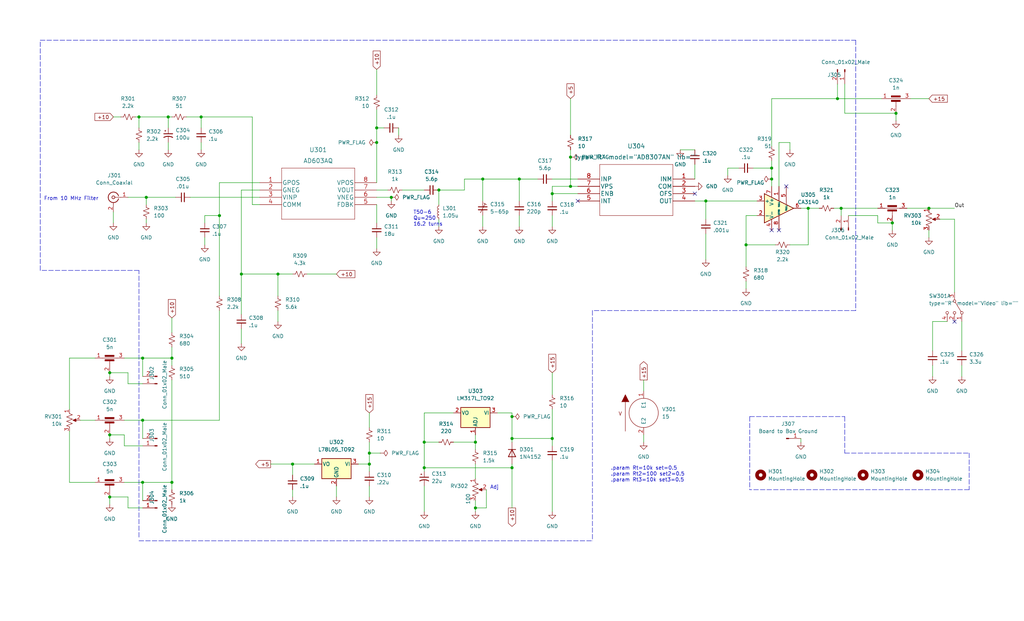
<source format=kicad_sch>
(kicad_sch (version 20211123) (generator eeschema)
  (paper "USLegal")
  (title_block (title "Spectrum Analyzer IF and Log Amp") (date "2022-06-12") (rev "0.0") (company "Andy McCann KA3KAF and Doug McCann KA3KAG") (comment 2 "Wes Hayward W7ZOI") (comment 3 "Original Design By:"))
  (lib_symbols
    (symbol "AD603AQ:AD603AQ" (pin_names (offset 0.254))
      (property "Reference" "U" (at 20.32 10.16 0))
      (property "Value" "AD603AQ" (at 20.32 7.62 0))
      (symbol "AD603AQ_1_1"
        (pin passive line (at 0 0 0) (length 7.62) (name "GPOS") (number "1"))
        (pin passive line (at 0 -2.54 0) (length 7.62) (name "GNEG") (number "2"))
        (pin passive line (at 0 -5.08 0) (length 7.62) (name "VINP") (number "3"))
        (pin passive line (at 0 -7.62 0) (length 7.62) (name "COMM") (number "4"))
        (pin passive line (at 40.64 -7.62 180) (length 7.62) (name "FDBK") (number "5"))
        (pin power_in line (at 40.64 -5.08 180) (length 7.62) (name "VNEG") (number "6"))
        (pin passive line (at 40.64 -2.54 180) (length 7.62) (name "VOUT") (number "7"))
        (pin power_in line (at 40.64 0 180) (length 7.62) (name "VPOS") (number "8"))
      )
    )
    (symbol "AD8307AN:AD8307AN" (pin_names (offset 0.254))
      (property "Reference" "U" (at 20.32 10.16 0))
      (property "Value" "AD8307AN" (at 20.32 7.62 0))
      (symbol "AD8307AN_1_1"
        (pin passive line (at 0 0 0) (length 7.62) (name "INM") (number "1"))
        (pin passive line (at 0 -2.54 0) (length 7.62) (name "COM") (number "2"))
        (pin passive line (at 0 -5.08 0) (length 7.62) (name "OFS") (number "3"))
        (pin passive line (at 0 -7.62 0) (length 7.62) (name "OUT") (number "4"))
        (pin passive line (at 40.64 -7.62 180) (length 7.62) (name "INT") (number "5"))
        (pin passive line (at 40.64 -5.08 180) (length 7.62) (name "ENB") (number "6"))
        (pin power_in line (at 40.64 -2.54 180) (length 7.62) (name "VPS") (number "7"))
        (pin passive line (at 40.64 0 180) (length 7.62) (name "INP") (number "8"))
      )
    )
    (symbol "Amplifier_Operational:CA3140" (pin_names (offset 0.127))
      (property "Reference" "U305" (at 10.16 4.699 0))
      (property "Value" "CA3140" (at 10.16 2.159 0))
      (symbol "CA3140_1_1"
        (pin passive line (at 0 7.62 270) (length 5.08) (name "NULL") (number "1"))
        (pin input line (at -7.62 -2.54 0) (length 2.54) (name "-") (number "2"))
        (pin input line (at -7.62 2.54 0) (length 2.54) (name "+") (number "3"))
        (pin power_in line (at -2.54 -7.62 90) (length 3.81) (name "V-") (number "4"))
        (pin passive line (at 2.54 7.62 270) (length 6.35) (name "NULL") (number "5"))
        (pin output line (at 7.62 0 180) (length 2.54) (name "~") (number "6"))
        (pin power_in line (at -2.54 7.62 270) (length 3.81) (name "V+") (number "7"))
        (pin passive line (at 0 -7.62 90) (length 5.08) (name "STRB") (number "8"))
      )
    )
    (symbol "Connector:Conn_01x01_Male" (pin_names (offset 1.016) hide)
      (property "Reference" "J" (at 0 2.54 0))
      (property "Value" "Conn_01x01_Male" (at 0 -2.54 0))
      (symbol "Conn_01x01_Male_1_1"
        (pin passive line (at 5.08 0 180) (length 3.81) (name "Pin_1") (number "1"))
      )
    )
    (symbol "Connector:Conn_01x02_Male" (pin_names (offset 1.016) hide)
      (property "Reference" "J" (at 0 2.54 0))
      (property "Value" "Conn_01x02_Male" (at 0 -5.08 0))
      (symbol "Conn_01x02_Male_1_1"
        (pin passive line (at 5.08 0 180) (length 3.81) (name "Pin_1") (number "1"))
        (pin passive line (at 5.08 -2.54 180) (length 3.81) (name "Pin_2") (number "2"))
      )
    )
    (symbol "Connector:Conn_Coaxial" (pin_names (offset 1.016) hide)
      (property "Reference" "J" (at 0.254 3.048 0))
      (property "Value" "Conn_Coaxial" (at 2.921 0 90))
      (symbol "Conn_Coaxial_1_1"
        (pin passive line (at -5.08 0 0) (length 2.54) (name "In") (number "1"))
        (pin passive line (at 0 -5.08 90) (length 2.54) (name "Ext") (number "2"))
      )
    )
    (symbol "Device:C_Feedthrough" (pin_names (offset 0.254) hide)
      (property "Reference" "C" (at 0 7.62 0))
      (property "Value" "C_Feedthrough" (at 0 5.715 0))
      (symbol "C_Feedthrough_1_1"
        (pin passive line (at -5.08 2.54 0) (length 2.54) (name "1") (number "1"))
        (pin passive line (at 0 -2.54 90) (length 2.54) (name "2") (number "2"))
        (pin passive line (at 5.08 2.54 180) (length 2.54) (name "3") (number "3"))
      )
    )
    (symbol "Device:C_Polarized_Small_US" (pin_numbers hide) (pin_names (offset 0.254) hide)
      (property "Reference" "C" (at 0.254 1.778 0))
      (property "Value" "C_Polarized_Small_US" (at 0.254 -2.032 0))
      (symbol "C_Polarized_Small_US_1_1"
        (pin passive line (at 0 2.54 270) (length 2.032) (name "~") (number "1"))
        (pin passive line (at 0 -2.54 90) (length 2.032) (name "~") (number "2"))
      )
    )
    (symbol "Device:C_Small" (pin_numbers hide) (pin_names (offset 0.254) hide)
      (property "Reference" "C" (at 0.254 1.778 0))
      (property "Value" "C_Small" (at 0.254 -2.032 0))
      (symbol "C_Small_1_1"
        (pin passive line (at 0 2.54 270) (length 2.032) (name "~") (number "1"))
        (pin passive line (at 0 -2.54 90) (length 2.032) (name "~") (number "2"))
      )
    )
    (symbol "Device:C_Trim_Small" (pin_numbers hide) (pin_names (offset 0.254) hide)
      (property "Reference" "C" (at 1.524 -2.032 0))
      (property "Value" "C_Trim_Small" (at 3.048 -3.556 0))
      (symbol "C_Trim_Small_1_1"
        (pin passive line (at 0 2.54 270) (length 2.032) (name "~") (number "1"))
        (pin passive line (at 0 -2.54 90) (length 2.032) (name "~") (number "2"))
      )
    )
    (symbol "Device:L_Small" (pin_numbers hide) (pin_names (offset 0.254) hide)
      (property "Reference" "L" (at 0.762 1.016 0))
      (property "Value" "L_Small" (at 0.762 -1.016 0))
      (symbol "L_Small_1_1"
        (pin passive line (at 0 2.54 270) (length 0.508) (name "~") (number "1"))
        (pin passive line (at 0 -2.54 90) (length 0.508) (name "~") (number "2"))
      )
    )
    (symbol "Device:R_Potentiometer_US" (pin_names (offset 1.016) hide)
      (property "Reference" "RV" (at -4.445 0 90))
      (property "Value" "R_Potentiometer_US" (at -2.54 0 90))
      (symbol "R_Potentiometer_US_1_1"
        (pin passive line (at 0 3.81 270) (length 1.27) (name "1") (number "1"))
        (pin passive line (at 3.81 0 180) (length 1.27) (name "2") (number "2"))
        (pin passive line (at 0 -3.81 90) (length 1.27) (name "3") (number "3"))
      )
    )
    (symbol "Device:R_Small_US" (pin_numbers hide) (pin_names (offset 0.254) hide)
      (property "Reference" "R" (at 0.762 0.508 0))
      (property "Value" "R_Small_US" (at 0.762 -1.016 0))
      (symbol "R_Small_US_1_1"
        (pin passive line (at 0 2.54 270) (length 1.016) (name "~") (number "1"))
        (pin passive line (at 0 -2.54 90) (length 1.016) (name "~") (number "2"))
      )
    )
    (symbol "Diode:1N4152" (pin_numbers hide) (pin_names (offset 1.016) hide)
      (property "Reference" "D" (at 0 2.54 0))
      (property "Value" "1N4152" (at 0 -2.54 0))
      (symbol "1N4152_1_1"
        (pin passive line (at -3.81 0 0) (length 2.54) (name "K") (number "1"))
        (pin passive line (at 3.81 0 180) (length 2.54) (name "A") (number "2"))
      )
    )
    (symbol "Mechanical:MountingHole" (pin_names (offset 1.016))
      (property "Reference" "H" (at 0 5.08 0))
      (property "Value" "MountingHole" (at 0 3.175 0))
    )
    (symbol "Regulator_Linear:L78L05_TO92" (pin_names (offset 0.254))
      (property "Reference" "U" (at -3.81 3.175 0))
      (property "Value" "L78L05_TO92" (at 0 3.175 0))
      (symbol "L78L05_TO92_1_1"
        (pin power_out line (at 7.62 0 180) (length 2.54) (name "VO") (number "1"))
        (pin power_in line (at 0 -7.62 90) (length 2.54) (name "GND") (number "2"))
        (pin power_in line (at -7.62 0 0) (length 2.54) (name "VI") (number "3"))
      )
    )
    (symbol "Regulator_Linear:LM317L_TO92" (pin_names (offset 0.254))
      (property "Reference" "U" (at -3.81 3.175 0))
      (property "Value" "LM317L_TO92" (at 0 3.175 0))
      (symbol "LM317L_TO92_1_1"
        (pin input line (at 0 -7.62 90) (length 2.54) (name "ADJ") (number "1"))
        (pin power_out line (at 7.62 0 180) (length 2.54) (name "VO") (number "2"))
        (pin power_in line (at -7.62 0 0) (length 2.54) (name "VI") (number "3"))
      )
    )
    (symbol "Switch:SW_DP3T" (pin_names (offset 0) hide)
      (property "Reference" "SW" (at 0 5.08 0))
      (property "Value" "SW_DP3T" (at 0 -5.08 0))
      (symbol "SW_DP3T_1_1"
        (pin passive line (at 5.08 2.54 180) (length 2.54) (name "1") (number "1"))
        (pin passive line (at 5.08 0 180) (length 2.54) (name "2") (number "2"))
        (pin passive line (at -5.08 0 0) (length 2.54) (name "3") (number "3"))
        (pin passive line (at 5.08 -2.54 180) (length 2.54) (name "4") (number "4"))
      )
      (symbol "SW_DP3T_2_1"
        (pin passive line (at 5.08 2.54 180) (length 2.54) (name "5") (number "5"))
        (pin passive line (at 5.08 0 180) (length 2.54) (name "6") (number "6"))
        (pin passive line (at -5.08 0 0) (length 2.54) (name "7") (number "7"))
        (pin passive line (at 5.08 -2.54 180) (length 2.54) (name "8") (number "8"))
      )
    )
    (symbol "power:GND" (power) (pin_names (offset 0))
      (property "Value" "GND" (at 0 -3.81 0))
      (symbol "GND_1_1"
        (pin power_in line (at 0 0 270) (length 0) hide (name "GND") (number "1"))
      )
    )
    (symbol "power:PWR_FLAG" (power) (pin_numbers hide) (pin_names (offset 0) hide)
      (property "Value" "PWR_FLAG" (at 0 3.81 0))
      (symbol "PWR_FLAG_0_0"
        (pin power_out line (at 0 0 90) (length 0) (name "pwr") (number "1"))
      )
    )
    (symbol "pspice:VSOURCE" (pin_names (offset 1.016))
      (property "Reference" "V" (at -6.35 7.62 0))
      (property "Value" "VSOURCE" (at 0 0 0))
      (symbol "VSOURCE_0_1"
        (text "V" (at -8.128 -0.254 0) (effects (font (size 1.27 1.27))))
      )
      (symbol "VSOURCE_1_1"
        (pin input line (at 0 7.62 270) (length 2.54) (name "E1") (number "1"))
        (pin input line (at 0 -7.62 90) (length 2.54) (name "E2") (number "2"))
      )
    )
  )
  (junction (at 322.58 72.39))
  (junction (at 267.97 62.23))
  (junction (at 198.12 64.77))
  (junction (at 50.8 68.58))
  (junction (at 180.34 62.23))
  (junction (at 198.12 54.61))
  (junction (at 177.8 152.4))
  (junction (at 130.81 49.53))
  (junction (at 48.26 40.64))
  (junction (at 152.4 66.04))
  (junction (at 49.53 167.64))
  (junction (at 59.69 167.64))
  (junction (at 96.52 95.25))
  (junction (at 165.1 153.67))
  (junction (at 59.69 124.46))
  (junction (at 58.42 40.64))
  (junction (at 83.82 95.25))
  (junction (at 191.77 152.4))
  (junction (at 38.1 151.13))
  (junction (at 49.53 124.46))
  (junction (at 167.64 62.23))
  (junction (at 38.1 172.72))
  (junction (at 49.53 146.05))
  (junction (at 128.27 161.29))
  (junction (at 130.81 44.45))
  (junction (at 135.89 68.58))
  (junction (at 290.83 34.29))
  (junction (at 128.27 157.48))
  (junction (at 165.1 176.53))
  (junction (at 191.77 67.31))
  (junction (at 101.6 161.29))
  (junction (at 147.32 153.67))
  (junction (at 177.8 144.78))
  (junction (at 69.85 40.64))
  (junction (at 292.1 72.39))
  (junction (at 177.8 162.56))
  (junction (at 309.88 77.47))
  (junction (at 38.1 129.54))
  (junction (at 147.32 162.56))
  (junction (at 259.08 85.09))
  (junction (at 245.11 69.85))
  (junction (at 267.97 58.42))
  (junction (at 311.15 39.37))
  (junction (at 280.67 72.39))
  (junction (at 76.2 74.93))
  (no_connect (at 241.3 67.31))
  (no_connect (at 273.05 64.77))
  (no_connect (at 267.97 80.01))
  (no_connect (at 270.51 80.01))
  (no_connect (at 200.66 69.85))
  (no_connect (at 331.47 111.76))
  (wire (pts (xy 44.45 176.53) (xy 44.45 172.72)))
  (wire (pts (xy 130.81 44.45) (xy 130.81 49.53)))
  (wire (pts (xy 71.12 77.47) (xy 71.12 74.93)))
  (wire (pts (xy 49.53 176.53) (xy 44.45 176.53)))
  (wire (pts (xy 165.1 156.21) (xy 165.1 153.67)))
  (wire (pts (xy 322.58 82.55) (xy 322.58 80.01)))
  (wire (pts (xy 44.45 129.54) (xy 44.45 133.35)))
  (wire (pts (xy 309.88 77.47) (xy 304.8 77.47)))
  (wire (pts (xy 101.6 165.1) (xy 101.6 161.29)))
  (wire (pts (xy 130.81 66.04) (xy 134.62 66.04)))
  (wire (pts (xy 200.66 64.77) (xy 198.12 64.77)))
  (wire (pts (xy 198.12 34.29) (xy 198.12 46.99)))
  (wire (pts (xy 96.52 95.25) (xy 83.82 95.25)))
  (wire (pts (xy 165.1 176.53) (xy 165.1 173.99)))
  (wire (pts (xy 130.81 71.12) (xy 130.81 77.47)))
  (wire (pts (xy 147.32 162.56) (xy 147.32 163.83)))
  (polyline (pts (xy 297.18 13.97) (xy 297.18 107.95)))
  (wire (pts (xy 331.47 101.6) (xy 331.47 76.2)))
  (wire (pts (xy 165.1 153.67) (xy 165.1 151.13)))
  (wire (pts (xy 165.1 177.8) (xy 165.1 176.53)))
  (wire (pts (xy 33.02 124.46) (xy 24.13 124.46)))
  (wire (pts (xy 157.48 143.51) (xy 147.32 143.51)))
  (wire (pts (xy 278.13 152.4) (xy 278.13 153.67)))
  (wire (pts (xy 191.77 142.24) (xy 191.77 152.4)))
  (wire (pts (xy 96.52 107.95) (xy 96.52 111.76)))
  (wire (pts (xy 290.83 34.29) (xy 267.97 34.29)))
  (wire (pts (xy 177.8 144.78) (xy 177.8 152.4)))
  (wire (pts (xy 267.97 34.29) (xy 267.97 50.8)))
  (wire (pts (xy 44.45 172.72) (xy 38.1 172.72)))
  (wire (pts (xy 48.26 52.07) (xy 48.26 49.53)))
  (polyline (pts (xy 297.18 107.95) (xy 205.74 107.95)))
  (wire (pts (xy 38.1 129.54) (xy 44.45 129.54)))
  (wire (pts (xy 76.2 107.95) (xy 76.2 146.05)))
  (wire (pts (xy 101.6 161.29) (xy 109.22 161.29)))
  (wire (pts (xy 59.69 40.64) (xy 58.42 40.64)))
  (polyline (pts (xy 13.97 93.98) (xy 13.97 13.97)))
  (wire (pts (xy 252.73 58.42) (xy 256.54 58.42)))
  (wire (pts (xy 167.64 62.23) (xy 180.34 62.23)))
  (wire (pts (xy 314.96 72.39) (xy 322.58 72.39)))
  (wire (pts (xy 90.17 71.12) (xy 87.63 71.12)))
  (wire (pts (xy 161.29 62.23) (xy 167.64 62.23)))
  (wire (pts (xy 241.3 69.85) (xy 245.11 69.85)))
  (wire (pts (xy 49.53 124.46) (xy 59.69 124.46)))
  (wire (pts (xy 58.42 44.45) (xy 58.42 40.64)))
  (wire (pts (xy 71.12 74.93) (xy 76.2 74.93)))
  (wire (pts (xy 270.51 64.77) (xy 270.51 49.53)))
  (wire (pts (xy 262.89 74.93) (xy 259.08 74.93)))
  (polyline (pts (xy 48.26 186.69) (xy 48.26 93.98)))
  (wire (pts (xy 59.69 124.46) (xy 59.69 120.65)))
  (wire (pts (xy 267.97 58.42) (xy 267.97 55.88)))
  (polyline (pts (xy 260.35 144.78) (xy 260.35 170.18)))
  (wire (pts (xy 128.27 161.29) (xy 128.27 157.48)))
  (wire (pts (xy 267.97 62.23) (xy 267.97 58.42)))
  (wire (pts (xy 261.62 58.42) (xy 267.97 58.42)))
  (wire (pts (xy 198.12 52.07) (xy 198.12 54.61)))
  (wire (pts (xy 90.17 68.58) (xy 66.04 68.58)))
  (wire (pts (xy 306.07 34.29) (xy 290.83 34.29)))
  (wire (pts (xy 43.18 146.05) (xy 49.53 146.05)))
  (wire (pts (xy 334.01 111.76) (xy 334.01 121.92)))
  (wire (pts (xy 96.52 102.87) (xy 96.52 95.25)))
  (wire (pts (xy 304.8 74.93) (xy 294.64 74.93)))
  (wire (pts (xy 43.18 151.13) (xy 43.18 154.94)))
  (polyline (pts (xy 13.97 13.97) (xy 259.08 13.97)))
  (wire (pts (xy 274.32 49.53) (xy 274.32 52.07)))
  (wire (pts (xy 323.85 130.81) (xy 323.85 127)))
  (wire (pts (xy 24.13 124.46) (xy 24.13 142.24)))
  (wire (pts (xy 152.4 78.74) (xy 152.4 76.2)))
  (wire (pts (xy 280.67 72.39) (xy 278.13 72.39)))
  (wire (pts (xy 76.2 63.5) (xy 90.17 63.5)))
  (wire (pts (xy 132.08 157.48) (xy 128.27 157.48)))
  (wire (pts (xy 128.27 157.48) (xy 128.27 153.67)))
  (wire (pts (xy 59.69 132.08) (xy 59.69 167.64)))
  (wire (pts (xy 270.51 49.53) (xy 274.32 49.53)))
  (wire (pts (xy 180.34 74.93) (xy 180.34 78.74)))
  (wire (pts (xy 133.35 44.45) (xy 130.81 44.45)))
  (wire (pts (xy 241.3 62.23) (xy 241.3 57.15)))
  (wire (pts (xy 83.82 95.25) (xy 83.82 109.22)))
  (wire (pts (xy 293.37 29.21) (xy 293.37 39.37)))
  (wire (pts (xy 191.77 64.77) (xy 191.77 67.31)))
  (wire (pts (xy 50.8 71.12) (xy 50.8 68.58)))
  (wire (pts (xy 191.77 129.54) (xy 191.77 137.16)))
  (wire (pts (xy 24.13 167.64) (xy 33.02 167.64)))
  (wire (pts (xy 191.77 152.4) (xy 177.8 152.4)))
  (polyline (pts (xy 48.26 187.96) (xy 205.74 187.96)))
  (wire (pts (xy 59.69 124.46) (xy 59.69 127)))
  (wire (pts (xy 128.27 148.59) (xy 128.27 143.51)))
  (wire (pts (xy 289.56 72.39) (xy 292.1 72.39)))
  (wire (pts (xy 284.48 72.39) (xy 280.67 72.39)))
  (wire (pts (xy 130.81 68.58) (xy 135.89 68.58)))
  (wire (pts (xy 304.8 77.47) (xy 304.8 74.93)))
  (wire (pts (xy 58.42 52.07) (xy 58.42 49.53)))
  (wire (pts (xy 191.77 67.31) (xy 191.77 69.85)))
  (wire (pts (xy 49.53 173.99) (xy 49.53 167.64)))
  (wire (pts (xy 48.26 44.45) (xy 48.26 40.64)))
  (wire (pts (xy 87.63 40.64) (xy 69.85 40.64)))
  (wire (pts (xy 180.34 62.23) (xy 186.69 62.23)))
  (wire (pts (xy 152.4 153.67) (xy 147.32 153.67)))
  (wire (pts (xy 309.88 80.01) (xy 309.88 77.47)))
  (wire (pts (xy 152.4 66.04) (xy 161.29 66.04)))
  (wire (pts (xy 130.81 33.02) (xy 130.81 24.13)))
  (wire (pts (xy 191.77 62.23) (xy 200.66 62.23)))
  (wire (pts (xy 38.1 151.13) (xy 43.18 151.13)))
  (wire (pts (xy 269.24 85.09) (xy 259.08 85.09)))
  (wire (pts (xy 93.98 161.29) (xy 101.6 161.29)))
  (wire (pts (xy 223.52 132.08) (xy 223.52 135.89)))
  (wire (pts (xy 87.63 40.64) (xy 87.63 71.12)))
  (wire (pts (xy 292.1 72.39) (xy 292.1 74.93)))
  (wire (pts (xy 49.53 167.64) (xy 59.69 167.64)))
  (wire (pts (xy 267.97 64.77) (xy 267.97 62.23)))
  (wire (pts (xy 200.66 67.31) (xy 191.77 67.31)))
  (wire (pts (xy 177.8 162.56) (xy 177.8 161.29)))
  (wire (pts (xy 322.58 72.39) (xy 331.47 72.39)))
  (wire (pts (xy 76.2 74.93) (xy 76.2 63.5)))
  (wire (pts (xy 101.6 95.25) (xy 96.52 95.25)))
  (wire (pts (xy 177.8 143.51) (xy 177.8 144.78)))
  (wire (pts (xy 59.69 167.64) (xy 59.69 170.18)))
  (wire (pts (xy 331.47 76.2) (xy 326.39 76.2)))
  (polyline (pts (xy 293.37 157.48) (xy 336.55 157.48)))
  (wire (pts (xy 43.18 154.94) (xy 49.53 154.94)))
  (wire (pts (xy 177.8 152.4) (xy 177.8 153.67)))
  (wire (pts (xy 168.91 176.53) (xy 165.1 176.53)))
  (wire (pts (xy 138.43 44.45) (xy 138.43 46.99)))
  (wire (pts (xy 38.1 130.81) (xy 38.1 129.54)))
  (wire (pts (xy 322.58 34.29) (xy 316.23 34.29)))
  (wire (pts (xy 49.53 130.81) (xy 49.53 124.46)))
  (wire (pts (xy 147.32 162.56) (xy 177.8 162.56)))
  (wire (pts (xy 50.8 68.58) (xy 44.45 68.58)))
  (wire (pts (xy 177.8 162.56) (xy 177.8 176.53)))
  (wire (pts (xy 323.85 111.76) (xy 323.85 121.92)))
  (wire (pts (xy 245.11 76.2) (xy 245.11 69.85)))
  (wire (pts (xy 116.84 168.91) (xy 116.84 172.72)))
  (wire (pts (xy 69.85 40.64) (xy 69.85 44.45)))
  (wire (pts (xy 334.01 130.81) (xy 334.01 127)))
  (wire (pts (xy 59.69 115.57) (xy 59.69 110.49)))
  (wire (pts (xy 191.77 177.8) (xy 191.77 160.02)))
  (wire (pts (xy 83.82 119.38) (xy 83.82 114.3)))
  (wire (pts (xy 167.64 69.85) (xy 167.64 62.23)))
  (wire (pts (xy 259.08 74.93) (xy 259.08 85.09)))
  (wire (pts (xy 24.13 149.86) (xy 24.13 167.64)))
  (wire (pts (xy 191.77 154.94) (xy 191.77 152.4)))
  (wire (pts (xy 161.29 66.04) (xy 161.29 62.23)))
  (wire (pts (xy 39.37 73.66) (xy 39.37 77.47)))
  (wire (pts (xy 106.68 95.25) (xy 116.84 95.25)))
  (wire (pts (xy 128.27 163.83) (xy 128.27 161.29)))
  (wire (pts (xy 48.26 40.64) (xy 58.42 40.64)))
  (polyline (pts (xy 336.55 170.18) (xy 260.35 170.18)))
  (polyline (pts (xy 205.74 107.95) (xy 205.74 187.96)))
  (wire (pts (xy 147.32 143.51) (xy 147.32 153.67)))
  (wire (pts (xy 38.1 175.26) (xy 38.1 172.72)))
  (wire (pts (xy 128.27 168.91) (xy 128.27 172.72)))
  (wire (pts (xy 280.67 85.09) (xy 274.32 85.09)))
  (polyline (pts (xy 336.55 157.48) (xy 336.55 170.18)))
  (wire (pts (xy 290.83 34.29) (xy 290.83 29.21)))
  (wire (pts (xy 311.15 41.91) (xy 311.15 39.37)))
  (polyline (pts (xy 48.26 93.98) (xy 13.97 93.98)))
  (wire (pts (xy 198.12 54.61) (xy 198.12 64.77)))
  (polyline (pts (xy 259.08 13.97) (xy 297.18 13.97)))
  (wire (pts (xy 198.12 64.77) (xy 191.77 64.77)))
  (wire (pts (xy 124.46 161.29) (xy 128.27 161.29)))
  (wire (pts (xy 38.1 152.4) (xy 38.1 151.13)))
  (wire (pts (xy 167.64 74.93) (xy 167.64 78.74)))
  (wire (pts (xy 49.53 152.4) (xy 49.53 146.05)))
  (wire (pts (xy 44.45 133.35) (xy 49.53 133.35)))
  (wire (pts (xy 280.67 72.39) (xy 280.67 85.09)))
  (wire (pts (xy 130.81 44.45) (xy 130.81 38.1)))
  (wire (pts (xy 101.6 172.72) (xy 101.6 170.18)))
  (wire (pts (xy 172.72 143.51) (xy 177.8 143.51)))
  (wire (pts (xy 152.4 71.12) (xy 152.4 66.04)))
  (wire (pts (xy 252.73 58.42) (xy 252.73 60.96)))
  (wire (pts (xy 50.8 77.47) (xy 50.8 76.2)))
  (wire (pts (xy 259.08 85.09) (xy 259.08 92.71)))
  (wire (pts (xy 135.89 68.58) (xy 135.89 69.85)))
  (polyline (pts (xy 260.35 144.78) (xy 293.37 144.78)))
  (wire (pts (xy 41.91 40.64) (xy 39.37 40.64)))
  (wire (pts (xy 43.18 124.46) (xy 49.53 124.46)))
  (wire (pts (xy 139.7 66.04) (xy 147.32 66.04)))
  (wire (pts (xy 180.34 69.85) (xy 180.34 62.23)))
  (polyline (pts (xy 293.37 144.78) (xy 293.37 157.48)))
  (wire (pts (xy 147.32 177.8) (xy 147.32 168.91)))
  (wire (pts (xy 165.1 161.29) (xy 165.1 166.37)))
  (wire (pts (xy 130.81 82.55) (xy 130.81 86.36)))
  (wire (pts (xy 71.12 82.55) (xy 71.12 85.09)))
  (wire (pts (xy 43.18 167.64) (xy 49.53 167.64)))
  (wire (pts (xy 241.3 52.07) (xy 236.22 52.07)))
  (wire (pts (xy 60.96 68.58) (xy 50.8 68.58)))
  (wire (pts (xy 168.91 170.18) (xy 168.91 176.53)))
  (wire (pts (xy 245.11 69.85) (xy 262.89 69.85)))
  (wire (pts (xy 191.77 78.74) (xy 191.77 74.93)))
  (wire (pts (xy 147.32 153.67) (xy 147.32 162.56)))
  (wire (pts (xy 83.82 66.04) (xy 83.82 95.25)))
  (wire (pts (xy 33.02 146.05) (xy 27.94 146.05)))
  (wire (pts (xy 76.2 74.93) (xy 76.2 102.87)))
  (wire (pts (xy 328.93 111.76) (xy 323.85 111.76)))
  (wire (pts (xy 48.26 40.64) (xy 46.99 40.64)))
  (wire (pts (xy 293.37 39.37) (xy 311.15 39.37)))
  (wire (pts (xy 157.48 153.67) (xy 165.1 153.67)))
  (wire (pts (xy 69.85 49.53) (xy 69.85 52.07)))
  (wire (pts (xy 223.52 151.13) (xy 223.52 153.67)))
  (wire (pts (xy 69.85 40.64) (xy 64.77 40.64)))
  (wire (pts (xy 49.53 146.05) (xy 76.2 146.05)))
  (wire (pts (xy 130.81 49.53) (xy 130.81 63.5)))
  (wire (pts (xy 259.08 100.33) (xy 259.08 97.79)))
  (wire (pts (xy 83.82 66.04) (xy 90.17 66.04)))
  (wire (pts (xy 245.11 81.28) (xy 245.11 90.17)))
  (wire (pts (xy 292.1 72.39) (xy 304.8 72.39)))
  (text "T50-6\nQu=250\n16.2 turns" (at 143.51 78.74 0) (effects (font (size 1.27 1.27)) (justify left bottom)))
  (text "Adj" (at 170.18 170.18 0) (effects (font (size 1.27 1.27)) (justify left bottom)))
  (text "From 10 MHz Filter" (at 15.24 69.85 0) (effects (font (size 1.27 1.27)) (justify left bottom)))
  (text ".param Rt=10k set=0.5\n.param Rt2=100 set2=0.5\n.param Rt3=10k set3=0.5" (at 212.09 167.64 0) (effects (font (size 1.27 1.27)) (justify left bottom)))
  (label "Out" (at 331.47 72.39 0))
  (global_label "+10" (shape input) (at 116.84 95.25 0) (property "Intersheet References" "${INTERSHEET_REFS}" (effects hide)))
  (global_label "+10" (shape input) (at 130.81 24.13 90) (property "Intersheet References" "${INTERSHEET_REFS}" (effects hide)))
  (global_label "+5" (shape input) (at 198.12 34.29 90) (property "Intersheet References" "${INTERSHEET_REFS}" (effects hide)))
  (global_label "+10" (shape input) (at 39.37 40.64 180) (property "Intersheet References" "${INTERSHEET_REFS}" (effects hide)))
  (global_label "+5" (shape output) (at 93.98 161.29 180) (property "Intersheet References" "${INTERSHEET_REFS}" (effects hide)))
  (global_label "+15" (shape input) (at 191.77 129.54 90) (property "Intersheet References" "${INTERSHEET_REFS}" (effects hide)))
  (global_label "+15" (shape output) (at 223.52 132.08 90) (property "Intersheet References" "${INTERSHEET_REFS}" (effects hide)))
  (global_label "+10" (shape input) (at 59.69 110.49 90) (property "Intersheet References" "${INTERSHEET_REFS}" (effects hide)))
  (global_label "+10" (shape output) (at 177.8 176.53 270) (property "Intersheet References" "${INTERSHEET_REFS}" (effects hide)))
  (global_label "+15" (shape input) (at 128.27 143.51 90) (property "Intersheet References" "${INTERSHEET_REFS}" (effects hide)))
  (global_label "+15" (shape input) (at 322.58 34.29 0) (property "Intersheet References" "${INTERSHEET_REFS}" (effects hide)))
  (symbol (lib_id "Mechanical:MountingHole") (at 299.72 165.1 0) (unit 1)
    (property "Reference" "H303" (at 302.26 163.8299 0) (effects (justify left)))
    (property "Value" "MountingHole" (at 302.26 166.3699 0) (effects (justify left)))
    (property "Footprint" "MountingHole:MountingHole_3.2mm_M3" (effects hide))
  )
  (symbol (lib_id "power:GND") (at 58.42 52.07 0) (unit 1)
    (property "Reference" "#PWR0307" (effects hide))
    (property "Value" "GND" (at 58.42 57.15 0))
  )
  (symbol (lib_id "Connector:Conn_01x01_Male") (at 273.05 152.4 0) (unit 1)
    (property "Reference" "J307" (at 273.685 147.32 0))
    (property "Value" "Board to Box Ground" (at 273.685 149.86 0))
    (property "Footprint" "Connector_Wire:SolderWire-0.15sqmm_1x01_D0.5mm_OD1.5mm" (effects hide))
  )
  (symbol (lib_id "Connector:Conn_01x02_Male") (at 294.64 80.01 270) (mirror x) (unit 1)
    (property "Reference" "J306" (at 293.37 80.01 90) (effects (justify right)))
    (property "Value" "Conn_01x02_Male" (at 303.53 82.55 90) (effects (justify right)))
    (property "Footprint" "Connector_Wire:SolderWire-0.15sqmm_1x02_P4mm_D0.5mm_OD1.5mm" (effects hide))
  )
  (symbol (lib_id "Device:R_Potentiometer_US") (at 165.1 170.18 0) (unit 1)
    (property "Reference" "RV302" (at 162.56 168.9099 0) (effects (justify right)))
    (property "Value" "100" (at 162.56 171.4499 90) (effects (justify right)))
    (property "Footprint" "if-log-amp:Potentiometer_Bourns_3386G_Vertical" (effects hide))
    (property "Datasheet" "https://www.bourns.com/docs/Product-Datasheets/3386.pdf" (effects hide))
    (property "Spice_Primitive" "X" (effects hide))
    (property "Spice_Model" "pot_lin2" (effects hide))
    (property "Spice_Netlist_Enabled" "Y" (effects hide))
    (property "Spice_Lib_File" "if-log-amp-spice\\Pot2.lib" (effects hide))
  )
  (symbol (lib_id "Switch:SW_DP3T") (at 331.47 106.68 270) (unit 1) (on_board no)
    (property "Reference" "SW301" (at 322.58 102.87 90) (effects (justify left)))
    (property "Value" "Video" (at 322.58 105.41 90) (effects (justify left)))
    (property "Spice_Primitive" "R" (effects hide))
    (property "Spice_Netlist_Enabled" "N" (effects hide))
  )
  (symbol (lib_id "Connector:Conn_01x02_Male") (at 54.61 176.53 180) (unit 1)
    (property "Reference" "J304" (at 52.7049 175.26 90) (effects (justify right)))
    (property "Value" "Conn_01x02_Male" (at 57.15 185.42 90) (effects (justify right)))
    (property "Footprint" "Connector_Wire:SolderWire-0.15sqmm_1x02_P4mm_D0.5mm_OD1.5mm" (effects hide))
  )
  (symbol (lib_id "Amplifier_Operational:CA3140") (at 270.51 72.39 0) (unit 1)
    (property "Reference" "U305" (at 280.67 67.691 0))
    (property "Value" "CA3140" (at 280.67 70.231 0))
    (property "Footprint" "if-log-amp:CA3140EZ" (effects hide))
    (property "Datasheet" "https://www.renesas.com/us/en/document/dst/ca3140-ca3140a-datasheet" (effects hide))
    (property "Spice_Primitive" "X" (effects hide))
    (property "Spice_Model" "ca3140" (effects hide))
    (property "Spice_Netlist_Enabled" "Y" (effects hide))
    (property "Spice_Lib_File" "if-log-amp-spice\\ca3140.sub" (effects hide))
  )
  (symbol (lib_id "power:GND") (at 180.34 78.74 0) (unit 1)
    (property "Reference" "#PWR0323" (effects hide))
    (property "Value" "GND" (at 180.34 83.82 0))
  )
  (symbol (lib_id "Device:R_Small_US") (at 48.26 46.99 0) (unit 1)
    (property "Reference" "R302" (at 50.8 45.7199 0) (effects (justify left)))
    (property "Value" "2.2k" (at 50.8 48.2599 0) (effects (justify left)))
    (property "Footprint" "Resistor_THT:R_Axial_DIN0207_L6.3mm_D2.5mm_P7.62mm_Horizontal" (effects hide))
  )
  (symbol (lib_id "Device:C_Small") (at 323.85 124.46 0) (unit 1) (on_board no)
    (property "Reference" "C325" (at 326.39 123.1962 0) (effects (justify left)))
    (property "Value" ".1u" (at 326.39 125.7362 0) (effects (justify left)))
  )
  (symbol (lib_id "Device:C_Small") (at 259.08 58.42 90) (unit 1)
    (property "Reference" "C322" (at 259.0863 52.07 90))
    (property "Value" ".1u" (at 259.0863 54.61 90))
    (property "Footprint" "Capacitor_THT:C_Radial_D4.0mm_H5.0mm_P1.50mm" (effects hide))
  )
  (symbol (lib_id "Device:R_Small_US") (at 44.45 40.64 90) (unit 1)
    (property "Reference" "R301" (at 44.45 34.29 90))
    (property "Value" "2.2k" (at 44.45 36.83 90))
    (property "Footprint" "Resistor_THT:R_Axial_DIN0207_L6.3mm_D2.5mm_P7.62mm_Horizontal" (effects hide))
  )
  (symbol (lib_id "power:GND") (at 241.3 64.77 90) (unit 1)
    (property "Reference" "#PWR0327" (effects hide))
    (property "Value" "GND" (at 245.11 64.7699 90) (effects (justify right)))
  )
  (symbol (lib_id "Device:C_Small") (at 245.11 78.74 0) (unit 1)
    (property "Reference" "C321" (at 247.65 77.4762 0) (effects (justify left)))
    (property "Value" ".001u" (at 247.65 80.0162 0) (effects (justify left)))
    (property "Footprint" "Capacitor_THT:C_Radial_D4.0mm_H5.0mm_P1.50mm" (effects hide))
  )
  (symbol (lib_id "Device:C_Small") (at 191.77 157.48 0) (unit 1)
    (property "Reference" "C319" (at 194.31 156.2162 0) (effects (justify left)))
    (property "Value" ".1u" (at 194.31 158.7562 0) (effects (justify left)))
    (property "Footprint" "Capacitor_THT:C_Radial_D4.0mm_H5.0mm_P1.50mm" (effects hide))
  )
  (symbol (lib_id "Device:R_Small_US") (at 271.78 85.09 270) (unit 1)
    (property "Reference" "R320" (at 271.78 87.63 90))
    (property "Value" "2.2k" (at 271.78 90.17 90))
    (property "Footprint" "Resistor_THT:R_Axial_DIN0207_L6.3mm_D2.5mm_P7.62mm_Horizontal" (effects hide))
  )
  (symbol (lib_id "Device:C_Feedthrough") (at 38.1 148.59 0) (unit 1) (on_board no)
    (property "Reference" "C302" (at 38.1 139.7 0))
    (property "Value" "5n" (at 38.1 142.24 0))
  )
  (symbol (lib_id "power:GND") (at 69.85 52.07 0) (unit 1)
    (property "Reference" "#PWR0309" (effects hide))
    (property "Value" "GND" (at 69.85 57.15 0))
  )
  (symbol (lib_id "Device:C_Small") (at 191.77 72.39 0) (unit 1)
    (property "Reference" "C318" (at 194.31 71.1262 0) (effects (justify left)))
    (property "Value" ".1u" (at 194.31 73.6662 0) (effects (justify left)))
    (property "Footprint" "Capacitor_THT:C_Radial_D4.0mm_H5.0mm_P1.50mm" (effects hide))
  )
  (symbol (lib_id "power:GND") (at 138.43 46.99 0) (mirror y) (unit 1)
    (property "Reference" "#PWR0318" (effects hide))
    (property "Value" "GND" (at 138.43 52.07 0))
  )
  (symbol (lib_id "Device:R_Small_US") (at 128.27 151.13 0) (unit 1)
    (property "Reference" "R311" (at 130.81 149.8599 0) (effects (justify left)))
    (property "Value" "10" (at 130.81 152.3999 0) (effects (justify left)))
    (property "Footprint" "Resistor_THT:R_Axial_DIN0207_L6.3mm_D2.5mm_P7.62mm_Horizontal" (effects hide))
  )
  (symbol (lib_id "power:GND") (at 259.08 100.33 0) (unit 1)
    (property "Reference" "#PWR0331" (effects hide))
    (property "Value" "GND" (at 259.08 105.41 0))
  )
  (symbol (lib_id "power:GND") (at 323.85 130.81 0) (unit 1)
    (property "Reference" "#PWR0336" (effects hide))
    (property "Value" "GND" (at 323.85 135.89 0))
  )
  (symbol (lib_id "Connector:Conn_01x02_Male") (at 54.61 133.35 180) (unit 1)
    (property "Reference" "J302" (at 52.7049 132.08 90) (effects (justify right)))
    (property "Value" "Conn_01x02_Male" (at 57.15 142.24 90) (effects (justify right)))
    (property "Footprint" "Connector_Wire:SolderWire-0.15sqmm_1x02_P4mm_D0.5mm_OD1.5mm" (effects hide))
  )
  (symbol (lib_id "power:PWR_FLAG") (at 198.12 54.61 270) (unit 1)
    (property "Reference" "#FLG0305" (effects hide))
    (property "Value" "PWR_FLAG" (at 201.93 54.6099 90) (effects (justify left)))
  )
  (symbol (lib_id "power:GND") (at 59.69 175.26 0) (unit 1)
    (property "Reference" "#PWR0308" (effects hide))
    (property "Value" "GND" (at 59.69 180.34 0))
  )
  (symbol (lib_id "power:GND") (at 152.4 78.74 0) (unit 1)
    (property "Reference" "#PWR0320" (effects hide))
    (property "Value" "GND" (at 152.4 83.82 0))
  )
  (symbol (lib_id "power:GND") (at 191.77 78.74 0) (unit 1)
    (property "Reference" "#PWR0324" (effects hide))
    (property "Value" "GND" (at 191.77 83.82 0))
  )
  (symbol (lib_id "Device:R_Small_US") (at 96.52 105.41 0) (unit 1)
    (property "Reference" "R310" (at 99.06 104.1399 0) (effects (justify left)))
    (property "Value" "5.6k" (at 99.06 106.6799 0) (effects (justify left)))
    (property "Footprint" "Resistor_THT:R_Axial_DIN0207_L6.3mm_D2.5mm_P7.62mm_Horizontal" (effects hide))
  )
  (symbol (lib_id "Device:R_Small_US") (at 59.69 129.54 0) (unit 1)
    (property "Reference" "R305" (at 62.23 128.2699 0) (effects (justify left)))
    (property "Value" "510" (at 62.23 130.8099 0) (effects (justify left)))
    (property "Footprint" "Resistor_THT:R_Axial_DIN0207_L6.3mm_D2.5mm_P7.62mm_Horizontal" (effects hide))
  )
  (symbol (lib_id "Device:C_Small") (at 128.27 166.37 0) (unit 1)
    (property "Reference" "C310" (at 130.81 165.1062 0) (effects (justify left)))
    (property "Value" ".22u" (at 130.81 167.6462 0) (effects (justify left)))
    (property "Footprint" "Capacitor_THT:C_Radial_D4.0mm_H5.0mm_P1.50mm" (effects hide))
  )
  (symbol (lib_id "Device:C_Small") (at 101.6 167.64 0) (unit 1)
    (property "Reference" "C309" (at 104.14 166.3762 0) (effects (justify left)))
    (property "Value" ".1u" (at 104.14 168.9162 0) (effects (justify left)))
    (property "Footprint" "Capacitor_THT:C_Radial_D4.0mm_H5.0mm_P1.50mm" (effects hide))
  )
  (symbol (lib_id "power:GND") (at 236.22 52.07 0) (unit 1)
    (property "Reference" "#PWR0326" (effects hide))
    (property "Value" "GND" (at 236.22 57.15 0))
  )
  (symbol (lib_id "Connector:Conn_01x02_Male") (at 54.61 154.94 180) (unit 1)
    (property "Reference" "J303" (at 52.7049 153.67 90) (effects (justify right)))
    (property "Value" "Conn_01x02_Male" (at 57.15 163.83 90) (effects (justify right)))
    (property "Footprint" "Connector_Wire:SolderWire-0.15sqmm_1x02_P4mm_D0.5mm_OD1.5mm" (effects hide))
  )
  (symbol (lib_id "power:GND") (at 274.32 52.07 0) (unit 1)
    (property "Reference" "#PWR0332" (effects hide))
    (property "Value" "GND" (at 274.32 57.15 0))
  )
  (symbol (lib_id "Device:C_Small") (at 71.12 80.01 0) (unit 1)
    (property "Reference" "C307" (at 73.66 78.7462 0) (effects (justify left)))
    (property "Value" ".1u" (at 73.66 81.2862 0) (effects (justify left)))
    (property "Footprint" "Capacitor_THT:C_Radial_D4.0mm_H5.0mm_P1.50mm" (effects hide))
  )
  (symbol (lib_id "Device:R_Potentiometer_US") (at 24.13 146.05 0) (unit 1) (on_board no)
    (property "Reference" "RV301" (at 21.59 144.7799 0) (effects (justify right)))
    (property "Value" "10k" (at 21.59 147.3199 0) (effects (justify right)))
    (property "Spice_Primitive" "X" (effects hide))
    (property "Spice_Model" "pot_alps_a" (effects hide))
    (property "Spice_Netlist_Enabled" "Y" (effects hide))
    (property "Spice_Lib_File" "if-log-amp-spice\\Pot.lib" (effects hide))
  )
  (symbol (lib_id "power:GND") (at 130.81 86.36 0) (unit 1)
    (property "Reference" "#PWR0316" (effects hide))
    (property "Value" "GND" (at 130.81 91.44 0))
  )
  (symbol (lib_id "power:GND") (at 191.77 177.8 0) (unit 1)
    (property "Reference" "#PWR0325" (effects hide))
    (property "Value" "GND" (at 191.77 182.88 0))
  )
  (symbol (lib_id "power:GND") (at 322.58 82.55 0) (unit 1)
    (property "Reference" "#PWR0335" (effects hide))
    (property "Value" "GND" (at 322.58 87.63 0))
  )
  (symbol (lib_id "Device:C_Polarized_Small_US") (at 58.42 46.99 0) (unit 1)
    (property "Reference" "C304" (at 60.96 45.2881 0) (effects (justify left)))
    (property "Value" "100u" (at 60.96 47.8281 0) (effects (justify left)))
    (property "Footprint" "Capacitor_THT:CP_Radial_D5.0mm_P2.50mm" (effects hide))
  )
  (symbol (lib_id "Device:R_Small_US") (at 130.81 35.56 0) (mirror y) (unit 1)
    (property "Reference" "R312" (at 128.27 34.2899 0) (effects (justify left)))
    (property "Value" "10" (at 128.27 36.8299 0) (effects (justify left)))
    (property "Footprint" "Resistor_THT:R_Axial_DIN0207_L6.3mm_D2.5mm_P7.62mm_Horizontal" (effects hide))
  )
  (symbol (lib_id "power:PWR_FLAG") (at 177.8 144.78 270) (unit 1)
    (property "Reference" "#FLG0304" (effects hide))
    (property "Value" "PWR_FLAG" (at 181.61 144.7799 90) (effects (justify left)))
  )
  (symbol (lib_id "power:GND") (at 38.1 152.4 0) (unit 1)
    (property "Reference" "#PWR0302" (effects hide))
    (property "Value" "GND" (at 38.1 157.48 0))
  )
  (symbol (lib_id "Device:L_Small") (at 152.4 73.66 180) (unit 1)
    (property "Reference" "L301" (at 153.67 72.3899 0) (effects (justify right)))
    (property "Value" "1.05u" (at 153.67 74.9299 0) (effects (justify right)))
    (property "Footprint" "Inductor_THT:L_Toroid_Vertical_L13.0mm_W6.5mm_P5.60mm" (effects hide))
  )
  (symbol (lib_id "Connector:Conn_Coaxial") (at 39.37 68.58 0) (mirror y) (unit 1)
    (property "Reference" "J301" (at 39.6874 60.96 0))
    (property "Value" "Conn_Coaxial" (at 39.6874 63.5 0))
    (property "Footprint" "Connector_Wire:SolderWire-0.15sqmm_1x02_P4mm_D0.5mm_OD1.5mm" (effects hide))
    (property "Datasheet" " ~" (effects hide))
    (property "Spice_Primitive" "J" (effects hide))
    (property "Spice_Model" "Conn_Coaxial" (effects hide))
    (property "Spice_Netlist_Enabled" "N" (effects hide))
  )
  (symbol (lib_id "power:GND") (at 147.32 177.8 0) (unit 1)
    (property "Reference" "#PWR0319" (effects hide))
    (property "Value" "GND" (at 147.32 182.88 0))
  )
  (symbol (lib_id "Device:C_Trim_Small") (at 167.64 72.39 0) (unit 1)
    (property "Reference" "C315" (at 170.18 70.9929 0) (effects (justify left)))
    (property "Value" "5-65p" (at 170.18 73.5329 0) (effects (justify left)))
    (property "Footprint" "if-log-amp:GKG60015" (effects hide))
  )
  (symbol (lib_id "power:GND") (at 50.8 77.47 0) (unit 1)
    (property "Reference" "#PWR0306" (effects hide))
    (property "Value" "GND" (at 50.8 82.55 0))
  )
  (symbol (lib_id "power:GND") (at 278.13 153.67 0) (unit 1)
    (property "Reference" "#PWR0338" (effects hide))
    (property "Value" "GND" (at 278.13 158.75 0))
  )
  (symbol (lib_id "power:GND") (at 48.26 52.07 0) (unit 1)
    (property "Reference" "#PWR0305" (effects hide))
    (property "Value" "GND" (at 48.26 57.15 0))
  )
  (symbol (lib_id "Device:R_Small_US") (at 287.02 72.39 90) (unit 1)
    (property "Reference" "R321" (at 287.02 66.04 90))
    (property "Value" "1k" (at 287.02 68.58 90))
    (property "Footprint" "Resistor_THT:R_Axial_DIN0207_L6.3mm_D2.5mm_P7.62mm_Horizontal" (effects hide))
  )
  (symbol (lib_id "Device:C_Feedthrough") (at 38.1 170.18 0) (unit 1) (on_board no)
    (property "Reference" "C303" (at 38.1 161.29 0))
    (property "Value" "5n" (at 38.1 163.83 0))
  )
  (symbol (lib_id "Device:C_Small") (at 189.23 62.23 90) (unit 1)
    (property "Reference" "C317" (at 189.2363 55.88 90))
    (property "Value" "5.6p" (at 189.2363 58.42 90))
    (property "Footprint" "Capacitor_THT:C_Radial_D4.0mm_H5.0mm_P1.50mm" (effects hide))
  )
  (symbol (lib_id "pspice:VSOURCE") (at 223.52 143.51 0) (unit 1) (on_board no)
    (property "Reference" "V301" (at 229.87 142.2399 0) (effects (justify left)))
    (property "Value" "+15" (at 229.87 144.7799 0) (effects (justify left)))
    (property "Spice_Primitive" "V" (effects hide))
    (property "Spice_Model" "dc 15" (effects hide))
    (property "Spice_Netlist_Enabled" "Y" (effects hide))
  )
  (symbol (lib_id "power:PWR_FLAG") (at 135.89 68.58 270) (unit 1)
    (property "Reference" "#FLG0303" (effects hide))
    (property "Value" "PWR_FLAG" (at 139.7 68.5799 90) (effects (justify left)))
  )
  (symbol (lib_id "Device:C_Feedthrough") (at 311.15 36.83 0) (unit 1) (on_board no)
    (property "Reference" "C324" (at 311.15 27.94 0))
    (property "Value" "1n" (at 311.15 30.48 0))
  )
  (symbol (lib_id "power:PWR_FLAG") (at 267.97 62.23 90) (unit 1)
    (property "Reference" "#FLG0306" (effects hide))
    (property "Value" "PWR_FLAG" (at 265.43 63.5 90) (effects (justify left)))
  )
  (symbol (lib_id "Device:C_Small") (at 241.3 54.61 0) (unit 1)
    (property "Reference" "C320" (at 243.84 53.3462 0) (effects (justify left)))
    (property "Value" ".1u" (at 243.84 55.8862 0) (effects (justify left)))
    (property "Footprint" "Capacitor_THT:C_Radial_D4.0mm_H5.0mm_P1.50mm" (effects hide))
  )
  (symbol (lib_id "power:PWR_FLAG") (at 130.81 49.53 90) (unit 1)
    (property "Reference" "#FLG0301" (effects hide))
    (property "Value" "PWR_FLAG" (at 127 49.5299 90) (effects (justify left)))
  )
  (symbol (lib_id "power:GND") (at 101.6 172.72 0) (unit 1)
    (property "Reference" "#PWR0312" (effects hide))
    (property "Value" "GND" (at 101.6 177.8 0))
  )
  (symbol (lib_id "power:GND") (at 311.15 41.91 0) (unit 1)
    (property "Reference" "#PWR0334" (effects hide))
    (property "Value" "GND" (at 311.15 46.99 0))
  )
  (symbol (lib_id "power:GND") (at 223.52 153.67 0) (unit 1)
    (property "Reference" "#PWR0329" (effects hide))
    (property "Value" "GND" (at 223.52 158.75 0))
  )
  (symbol (lib_id "Device:C_Small") (at 149.86 66.04 90) (unit 1)
    (property "Reference" "C314" (at 149.8663 59.69 90))
    (property "Value" "5.6p" (at 149.8663 62.23 90))
    (property "Footprint" "Capacitor_THT:C_Radial_D4.0mm_H5.0mm_P1.50mm" (effects hide))
  )
  (symbol (lib_id "power:GND") (at 83.82 119.38 0) (unit 1)
    (property "Reference" "#PWR0311" (effects hide))
    (property "Value" "GND" (at 83.82 124.46 0))
  )
  (symbol (lib_id "Device:R_Small_US") (at 198.12 49.53 0) (unit 1)
    (property "Reference" "R317" (at 200.66 48.2599 0) (effects (justify left)))
    (property "Value" "10" (at 200.66 50.7999 0) (effects (justify left)))
    (property "Footprint" "Resistor_THT:R_Axial_DIN0207_L6.3mm_D2.5mm_P7.62mm_Horizontal" (effects hide))
  )
  (symbol (lib_id "Device:C_Small") (at 69.85 46.99 0) (unit 1)
    (property "Reference" "C306" (at 72.39 45.7262 0) (effects (justify left)))
    (property "Value" ".1u" (at 72.39 48.2662 0) (effects (justify left)))
    (property "Footprint" "Capacitor_THT:C_Radial_D4.0mm_H5.0mm_P1.50mm" (effects hide))
  )
  (symbol (lib_id "Device:R_Small_US") (at 59.69 172.72 0) (unit 1)
    (property "Reference" "R306" (at 62.23 171.4499 0) (effects (justify left)))
    (property "Value" "1k" (at 62.23 173.9899 0) (effects (justify left)))
    (property "Footprint" "Resistor_THT:R_Axial_DIN0207_L6.3mm_D2.5mm_P7.62mm_Horizontal" (effects hide))
  )
  (symbol (lib_id "power:GND") (at 334.01 130.81 0) (unit 1)
    (property "Reference" "#PWR0337" (effects hide))
    (property "Value" "GND" (at 334.01 135.89 0))
  )
  (symbol (lib_id "Device:R_Small_US") (at 259.08 95.25 0) (unit 1)
    (property "Reference" "R318" (at 261.62 93.9799 0) (effects (justify left)))
    (property "Value" "680" (at 261.62 96.5199 0) (effects (justify left)))
    (property "Footprint" "Resistor_THT:R_Axial_DIN0207_L6.3mm_D2.5mm_P7.62mm_Horizontal" (effects hide))
  )
  (symbol (lib_id "Device:C_Small") (at 83.82 111.76 0) (unit 1)
    (property "Reference" "C308" (at 86.36 110.4962 0) (effects (justify left)))
    (property "Value" ".1u" (at 86.36 113.0362 0) (effects (justify left)))
    (property "Footprint" "Capacitor_THT:C_Radial_D4.0mm_H5.0mm_P1.50mm" (effects hide))
  )
  (symbol (lib_id "Device:C_Small") (at 180.34 72.39 0) (unit 1)
    (property "Reference" "C316" (at 182.88 70.9929 0) (effects (justify left)))
    (property "Value" "220p" (at 182.88 73.5329 0) (effects (justify left)))
    (property "Footprint" "Capacitor_THT:C_Radial_D4.0mm_H5.0mm_P1.50mm" (effects hide))
  )
  (symbol (lib_id "Connector:Conn_01x02_Male") (at 293.37 24.13 270) (unit 1)
    (property "Reference" "J305" (at 292.1 26.0351 90) (effects (justify right)))
    (property "Value" "Conn_01x02_Male" (at 302.26 21.59 90) (effects (justify right)))
    (property "Footprint" "Connector_Wire:SolderWire-0.15sqmm_1x02_P4mm_D0.5mm_OD1.5mm" (effects hide))
  )
  (symbol (lib_id "Device:R_Small_US") (at 62.23 40.64 90) (unit 1)
    (property "Reference" "R307" (at 62.23 34.29 90))
    (property "Value" "51" (at 62.23 36.83 90))
    (property "Footprint" "Resistor_THT:R_Axial_DIN0207_L6.3mm_D2.5mm_P7.62mm_Horizontal" (effects hide))
  )
  (symbol (lib_id "Device:C_Small") (at 334.01 124.46 0) (unit 1) (on_board no)
    (property "Reference" "C326" (at 336.55 123.1962 0) (effects (justify left)))
    (property "Value" "3.3u" (at 336.55 125.7362 0) (effects (justify left)))
  )
  (symbol (lib_id "Device:C_Small") (at 130.81 80.01 0) (unit 1)
    (property "Reference" "C311" (at 133.35 78.7462 0) (effects (justify left)))
    (property "Value" "18u" (at 133.35 81.2862 0) (effects (justify left)))
    (property "Footprint" "Capacitor_THT:C_Radial_D4.0mm_H5.0mm_P1.50mm" (effects hide))
  )
  (symbol (lib_id "Mechanical:MountingHole") (at 281.94 165.1 0) (unit 1)
    (property "Reference" "H302" (at 284.48 163.8299 0) (effects (justify left)))
    (property "Value" "MountingHole" (at 284.48 166.3699 0) (effects (justify left)))
    (property "Footprint" "MountingHole:MountingHole_3.2mm_M3" (effects hide))
  )
  (symbol (lib_id "power:GND") (at 167.64 78.74 0) (unit 1)
    (property "Reference" "#PWR0322" (effects hide))
    (property "Value" "GND" (at 167.64 83.82 0))
  )
  (symbol (lib_id "Mechanical:MountingHole") (at 318.77 165.1 0) (unit 1)
    (property "Reference" "H304" (at 321.31 163.8299 0) (effects (justify left)))
    (property "Value" "MountingHole" (at 321.31 166.3699 0) (effects (justify left)))
    (property "Footprint" "MountingHole:MountingHole_3.2mm_M3" (effects hide))
  )
  (symbol (lib_id "Device:C_Feedthrough") (at 309.88 74.93 0) (unit 1) (on_board no)
    (property "Reference" "C323" (at 309.88 66.04 0))
    (property "Value" "1n" (at 309.88 68.58 0))
  )
  (symbol (lib_id "power:GND") (at 38.1 175.26 0) (unit 1)
    (property "Reference" "#PWR0303" (effects hide))
    (property "Value" "GND" (at 38.1 180.34 0))
  )
  (symbol (lib_id "Regulator_Linear:LM317L_TO92") (at 165.1 143.51 0) (mirror y) (unit 1)
    (property "Reference" "U303" (at 165.1 135.89 0))
    (property "Value" "LM317L_TO92" (at 165.1 138.43 0))
    (property "Footprint" "Package_TO_SOT_THT:TO-92_Inline" (effects hide))
    (property "Datasheet" "http://www.ti.com/lit/ds/snvs775k/snvs775k.pdf" (effects hide))
    (property "Spice_Primitive" "X" (effects hide))
    (property "Spice_Model" "LM317TI" (effects hide))
    (property "Spice_Netlist_Enabled" "Y" (effects hide))
    (property "Spice_Lib_File" "if-log-amp-spice\\lm317.lib" (effects hide))
    (property "Spice_Node_Sequence" "3 1 2" (effects hide))
  )
  (symbol (lib_id "power:GND") (at 128.27 172.72 0) (unit 1)
    (property "Reference" "#PWR0315" (effects hide))
    (property "Value" "GND" (at 128.27 177.8 0))
  )
  (symbol (lib_id "power:GND") (at 165.1 177.8 0) (unit 1)
    (property "Reference" "#PWR0321" (effects hide))
    (property "Value" "GND" (at 165.1 182.88 0))
  )
  (symbol (lib_id "Device:C_Polarized_Small_US") (at 147.32 166.37 0) (unit 1)
    (property "Reference" "C313" (at 149.86 164.6681 0) (effects (justify left)))
    (property "Value" "22u" (at 149.86 167.2081 0) (effects (justify left)))
    (property "Footprint" "Capacitor_THT:CP_Radial_D5.0mm_P2.50mm" (effects hide))
  )
  (symbol (lib_id "Device:R_Small_US") (at 137.16 66.04 90) (unit 1)
    (property "Reference" "R313" (at 137.16 59.69 90))
    (property "Value" "1k" (at 137.16 62.23 90))
    (property "Footprint" "Resistor_THT:R_Axial_DIN0207_L6.3mm_D2.5mm_P7.62mm_Horizontal" (effects hide))
  )
  (symbol (lib_id "Device:C_Small") (at 63.5 68.58 90) (unit 1)
    (property "Reference" "C305" (at 63.5063 62.23 90))
    (property "Value" ".01u" (at 63.5063 64.77 90))
    (property "Footprint" "Capacitor_THT:C_Radial_D4.0mm_H5.0mm_P1.50mm" (effects hide))
  )
  (symbol (lib_id "Device:R_Small_US") (at 76.2 105.41 0) (unit 1)
    (property "Reference" "R308" (at 78.74 104.1399 0) (effects (justify left)))
    (property "Value" "2.2k" (at 78.74 106.6799 0) (effects (justify left)))
    (property "Footprint" "Resistor_THT:R_Axial_DIN0207_L6.3mm_D2.5mm_P7.62mm_Horizontal" (effects hide))
  )
  (symbol (lib_id "Device:R_Small_US") (at 104.14 95.25 90) (unit 1)
    (property "Reference" "R309" (at 104.14 88.9 90))
    (property "Value" "4.3k" (at 104.14 91.44 90))
    (property "Footprint" "Resistor_THT:R_Axial_DIN0207_L6.3mm_D2.5mm_P7.62mm_Horizontal" (effects hide))
  )
  (symbol (lib_id "Diode:1N4152") (at 177.8 157.48 270) (unit 1)
    (property "Reference" "D301" (at 180.34 156.2099 90) (effects (justify left)))
    (property "Value" "1N4152" (at 180.34 158.7499 90) (effects (justify left)))
    (property "Footprint" "Diode_THT:D_DO-35_SOD27_P7.62mm_Horizontal" (effects hide))
    (property "Datasheet" "https://assets.nexperia.com/documents/data-sheet/1N4148_1N4448.pdf" (effects hide))
    (property "Spice_Primitive" "D" (effects hide))
    (property "Spice_Model" "1N4152" (effects hide))
    (property "Spice_Netlist_Enabled" "Y" (effects hide))
    (property "Spice_Lib_File" "if-log-amp-spice\\fairch.lib" (effects hide))
  )
  (symbol (lib_id "power:GND") (at 38.1 130.81 0) (unit 1)
    (property "Reference" "#PWR0301" (effects hide))
    (property "Value" "GND" (at 38.1 135.89 0))
  )
  (symbol (lib_id "Device:C_Feedthrough") (at 38.1 127 0) (unit 1) (on_board no)
    (property "Reference" "C301" (at 38.1 118.11 0))
    (property "Value" "5n" (at 38.1 120.65 0))
  )
  (symbol (lib_id "power:GND") (at 39.37 77.47 0) (unit 1)
    (property "Reference" "#PWR0304" (effects hide))
    (property "Value" "GND" (at 39.37 82.55 0))
  )
  (symbol (lib_id "power:GND") (at 309.88 80.01 0) (unit 1)
    (property "Reference" "#PWR0333" (effects hide))
    (property "Value" "GND" (at 309.88 85.09 0))
  )
  (symbol (lib_id "Device:R_Small_US") (at 154.94 153.67 90) (unit 1)
    (property "Reference" "R314" (at 154.94 147.32 90))
    (property "Value" "220" (at 154.94 149.86 90))
    (property "Footprint" "Resistor_THT:R_Axial_DIN0207_L6.3mm_D2.5mm_P7.62mm_Horizontal" (effects hide))
  )
  (symbol (lib_id "Mechanical:MountingHole") (at 264.16 165.1 0) (unit 1)
    (property "Reference" "H301" (at 266.7 163.8299 0) (effects (justify left)))
    (property "Value" "MountingHole" (at 266.7 166.3699 0) (effects (justify left)))
    (property "Footprint" "MountingHole:MountingHole_3.2mm_M3" (effects hide))
  )
  (symbol (lib_id "AD8307AN:AD8307AN") (at 241.3 62.23 0) (mirror y) (unit 1)
    (property "Reference" "U304" (at 220.98 50.8 0) (effects (font (size 1.524 1.524))))
    (property "Value" "AD8307AN" (at 220.98 54.61 0) (effects (font (size 1.524 1.524))))
    (property "Footprint" "if-log-amp:AD8307AN" (effects hide))
    (property "Datasheet" "https://www.analog.com/media/en/technical-documentation/data-sheets/AD8307.pdf" (effects hide))
    (property "Spice_Primitive" "R" (effects hide))
    (property "Spice_Netlist_Enabled" "N" (effects hide))
  )
  (symbol (lib_id "power:GND") (at 71.12 85.09 0) (unit 1)
    (property "Reference" "#PWR0310" (effects hide))
    (property "Value" "GND" (at 71.12 90.17 0))
  )
  (symbol (lib_id "power:GND") (at 116.84 172.72 0) (unit 1)
    (property "Reference" "#PWR0314" (effects hide))
    (property "Value" "GND" (at 116.84 177.8 0))
  )
  (symbol (lib_id "power:PWR_FLAG") (at 132.08 157.48 270) (unit 1)
    (property "Reference" "#FLG0302" (effects hide))
    (property "Value" "PWR_FLAG" (at 135.89 157.4799 90) (effects (justify left)))
  )
  (symbol (lib_id "power:GND") (at 252.73 60.96 0) (unit 1)
    (property "Reference" "#PWR0330" (effects hide))
    (property "Value" "GND" (at 252.73 66.04 0))
  )
  (symbol (lib_id "Device:C_Small") (at 135.89 44.45 270) (mirror x) (unit 1)
    (property "Reference" "C312" (at 135.8837 38.1 90))
    (property "Value" ".1u" (at 135.8837 40.64 90))
    (property "Footprint" "Capacitor_THT:C_Radial_D4.0mm_H5.0mm_P1.50mm" (effects hide))
  )
  (symbol (lib_id "Regulator_Linear:L78L05_TO92") (at 116.84 161.29 0) (mirror y) (unit 1)
    (property "Reference" "U302" (at 116.84 153.67 0))
    (property "Value" "L78L05_TO92" (at 116.84 156.21 0))
    (property "Footprint" "Package_TO_SOT_THT:TO-92_Inline" (effects hide))
    (property "Datasheet" "http://www.st.com/content/ccc/resource/technical/document/datasheet/15/55/e5/aa/23/5b/43/fd/CD00000446.pdf/files/CD00000446.pdf/jcr:content/translations/en.CD00000446.pdf" (effects hide))
    (property "Spice_Primitive" "X" (effects hide))
    (property "Spice_Model" "X78L05" (effects hide))
    (property "Spice_Netlist_Enabled" "Y" (effects hide))
    (property "Spice_Lib_File" "if-log-amp-spice\\78L05_TEST.sub" (effects hide))
    (property "Spice_Node_Sequence" "3 2 1" (effects hide))
  )
  (symbol (lib_id "power:GND") (at 135.89 69.85 0) (unit 1)
    (property "Reference" "#PWR0317" (effects hide))
    (property "Value" "GND" (at 135.89 74.93 0))
  )
  (symbol (lib_id "Device:R_Small_US") (at 50.8 73.66 0) (unit 1)
    (property "Reference" "R303" (at 53.34 72.3899 0) (effects (justify left)))
    (property "Value" "100" (at 53.34 74.9299 0) (effects (justify left)))
    (property "Footprint" "Resistor_THT:R_Axial_DIN0207_L6.3mm_D2.5mm_P7.62mm_Horizontal" (effects hide))
  )
  (symbol (lib_id "Device:R_Small_US") (at 191.77 139.7 0) (unit 1)
    (property "Reference" "R316" (at 194.31 138.4299 0) (effects (justify left)))
    (property "Value" "10" (at 194.31 140.9699 0) (effects (justify left)))
    (property "Footprint" "Resistor_THT:R_Axial_DIN0207_L6.3mm_D2.5mm_P7.62mm_Horizontal" (effects hide))
  )
  (symbol (lib_id "power:GND") (at 96.52 111.76 0) (unit 1)
    (property "Reference" "#PWR0313" (effects hide))
    (property "Value" "GND" (at 96.52 116.84 0))
  )
  (symbol (lib_id "power:GND") (at 245.11 90.17 0) (unit 1)
    (property "Reference" "#PWR0328" (effects hide))
    (property "Value" "GND" (at 245.11 95.25 0))
  )
  (symbol (lib_id "AD603AQ:AD603AQ") (at 90.17 63.5 0) (unit 1)
    (property "Reference" "U301" (at 110.49 52.07 0) (effects (font (size 1.524 1.524))))
    (property "Value" "AD603AQ" (at 110.49 55.88 0) (effects (font (size 1.524 1.524))))
    (property "Footprint" "if-log-amp:AD603AQ" (effects hide))
    (property "Spice_Primitive" "X" (effects hide))
    (property "Spice_Model" "AD603A" (effects hide))
    (property "Spice_Netlist_Enabled" "Y" (effects hide))
    (property "Spice_Lib_File" "if-log-amp-spice\\ad603a.cir" (effects hide))
  )
  (symbol (lib_id "Device:R_Potentiometer_US") (at 322.58 76.2 0) (unit 1) (on_board no)
    (property "Reference" "RV303" (at 320.04 74.9299 0) (effects (justify right)))
    (property "Value" "10k" (at 320.04 77.4699 0) (effects (justify right)))
    (property "Spice_Primitive" "X" (effects hide))
    (property "Spice_Model" "pot_lin3" (effects hide))
    (property "Spice_Netlist_Enabled" "Y" (effects hide))
    (property "Spice_Lib_File" "if-log-amp-spice\\Pot3.lib" (effects hide))
  )
  (symbol (lib_id "Device:R_Small_US") (at 267.97 53.34 180) (unit 1)
    (property "Reference" "R319" (at 262.89 48.26 0) (effects (justify right)))
    (property "Value" "51" (at 265.43 50.8 0) (effects (justify right)))
    (property "Footprint" "Resistor_THT:R_Axial_DIN0207_L6.3mm_D2.5mm_P7.62mm_Horizontal" (effects hide))
  )
  (symbol (lib_id "Device:R_Small_US") (at 59.69 118.11 0) (unit 1)
    (property "Reference" "R304" (at 62.23 116.8399 0) (effects (justify left)))
    (property "Value" "680" (at 62.23 119.3799 0) (effects (justify left)))
    (property "Footprint" "Resistor_THT:R_Axial_DIN0207_L6.3mm_D2.5mm_P7.62mm_Horizontal" (effects hide))
  )
  (symbol (lib_id "Device:R_Small_US") (at 165.1 158.75 0) (unit 1)
    (property "Reference" "R315" (at 167.64 157.4799 0) (effects (justify left)))
    (property "Value" "1.5k" (at 167.64 160.0199 0) (effects (justify left)))
    (property "Footprint" "Resistor_THT:R_Axial_DIN0207_L6.3mm_D2.5mm_P7.62mm_Horizontal" (effects hide))
  )
)
</source>
